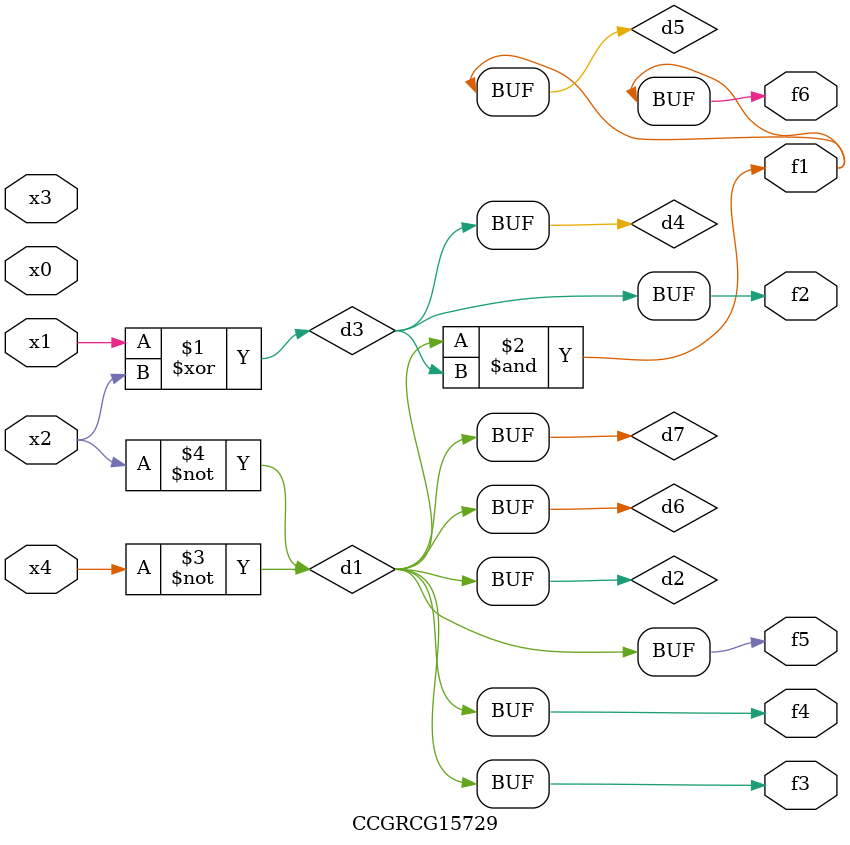
<source format=v>
module CCGRCG15729(
	input x0, x1, x2, x3, x4,
	output f1, f2, f3, f4, f5, f6
);

	wire d1, d2, d3, d4, d5, d6, d7;

	not (d1, x4);
	not (d2, x2);
	xor (d3, x1, x2);
	buf (d4, d3);
	and (d5, d1, d3);
	buf (d6, d1, d2);
	buf (d7, d2);
	assign f1 = d5;
	assign f2 = d4;
	assign f3 = d7;
	assign f4 = d7;
	assign f5 = d7;
	assign f6 = d5;
endmodule

</source>
